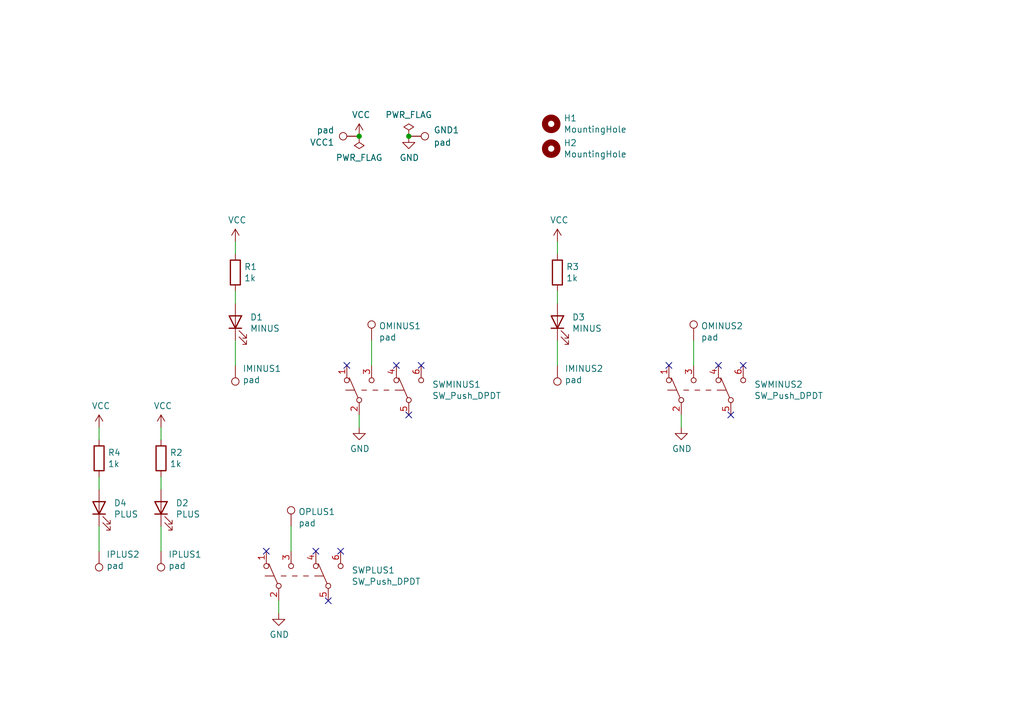
<source format=kicad_sch>
(kicad_sch (version 20211123) (generator eeschema)
  (paper "User" 210.007 148.006)
  (title_block (title "Manual panel control single turnout") (date "2021-11-09") (rev "1.0"))
  (lib_symbols
    (symbol "Connector:TestPoint" (pin_numbers hide) (pin_names (offset 0.762) hide)
      (property "Reference" "TP" (at 0 6.858 0))
      (property "Value" "TestPoint" (at 0 5.08 0))
      (symbol "TestPoint_0_1"
        (circle (center 0 3.302) (radius 0.762))
      )
      (symbol "TestPoint_1_1"
        (pin passive line (at 0 0 90) (length 2.54) (name "1") (number "1"))
      )
    )
    (symbol "Device:LED" (pin_numbers hide) (pin_names (offset 1.016) hide)
      (property "Reference" "D" (at 0 2.54 0))
      (property "Value" "LED" (at 0 -2.54 0))
      (symbol "LED_0_1"
        (polyline (pts (xy -1.27 -1.27) (xy -1.27 1.27)) (stroke (width 0.254)))
        (polyline (pts (xy -1.27 0) (xy 1.27 0)))
        (polyline (pts (xy 1.27 -1.27) (xy 1.27 1.27) (xy -1.27 0) (xy 1.27 -1.27)) (stroke (width 0.254)))
        (polyline (pts (xy -3.048 -0.762) (xy -4.572 -2.286) (xy -3.81 -2.286) (xy -4.572 -2.286) (xy -4.572 -1.524)))
        (polyline (pts (xy -1.778 -0.762) (xy -3.302 -2.286) (xy -2.54 -2.286) (xy -3.302 -2.286) (xy -3.302 -1.524)))
      )
      (symbol "LED_1_1"
        (pin passive line (at -3.81 0 0) (length 2.54) (name "K") (number "1"))
        (pin passive line (at 3.81 0 180) (length 2.54) (name "A") (number "2"))
      )
    )
    (symbol "Device:R" (pin_numbers hide) (pin_names (offset 0))
      (property "Reference" "R" (at 2.032 0 90))
      (property "Value" "R" (at 0 0 90))
      (symbol "R_0_1"
        (rectangle (start -1.016 -2.54) (end 1.016 2.54) (stroke (width 0.254)))
      )
      (symbol "R_1_1"
        (pin passive line (at 0 3.81 270) (length 1.27) (name "~") (number "1"))
        (pin passive line (at 0 -3.81 90) (length 1.27) (name "~") (number "2"))
      )
    )
    (symbol "Mechanical:MountingHole" (pin_names (offset 1.016))
      (property "Reference" "H" (at 0 5.08 0))
      (property "Value" "MountingHole" (at 0 3.175 0))
      (symbol "MountingHole_0_1"
        (circle (center 0 0) (radius 1.27) (stroke (width 1.27)))
      )
    )
    (symbol "Switch:SW_Push_DPDT" (pin_names (offset 0) hide)
      (property "Reference" "SW" (at 0 8.89 0))
      (property "Value" "SW_Push_DPDT" (at 0 -10.16 0))
      (symbol "SW_Push_DPDT_0_0"
        (circle (center -2.032 -5.08) (radius 0.508))
        (circle (center -2.032 5.08) (radius 0.508))
        (circle (center 2.032 -7.62) (radius 0.508))
        (circle (center 2.032 2.54) (radius 0.508))
      )
      (symbol "SW_Push_DPDT_0_1"
        (polyline (pts (xy -1.524 -4.826) (xy 2.54 -3.048)))
        (polyline (pts (xy -1.524 5.334) (xy 2.54 7.112)))
        (polyline (pts (xy 0 -2.286) (xy 0 -4.064)))
        (polyline (pts (xy 0 -1.016) (xy 0 0)))
        (polyline (pts (xy 0 1.27) (xy 0 2.286)))
        (polyline (pts (xy 0 3.556) (xy 0 4.572)))
        (polyline (pts (xy 0 7.874) (xy 0 6.096)))
        (circle (center 2.032 -2.54) (radius 0.508))
        (circle (center 2.032 7.62) (radius 0.508))
      )
      (symbol "SW_Push_DPDT_1_1"
        (pin passive line (at 5.08 7.62 180) (length 2.54) (name "A") (number "1"))
        (pin passive line (at -5.08 5.08 0) (length 2.54) (name "B") (number "2"))
        (pin passive line (at 5.08 2.54 180) (length 2.54) (name "C") (number "3"))
        (pin passive line (at 5.08 -2.54 180) (length 2.54) (name "A") (number "4"))
        (pin passive line (at -5.08 -5.08 0) (length 2.54) (name "B") (number "5"))
        (pin passive line (at 5.08 -7.62 180) (length 2.54) (name "C") (number "6"))
      )
    )
    (symbol "power:GND" (power) (pin_names (offset 0))
      (property "Value" "GND" (at 0 -3.81 0))
      (symbol "GND_0_1"
        (polyline (pts (xy 0 0) (xy 0 -1.27) (xy 1.27 -1.27) (xy 0 -2.54) (xy -1.27 -1.27) (xy 0 -1.27)))
      )
      (symbol "GND_1_1"
        (pin power_in line (at 0 0 270) (length 0) hide (name "GND") (number "1"))
      )
    )
    (symbol "power:PWR_FLAG" (power) (pin_numbers hide) (pin_names (offset 0) hide)
      (property "Value" "PWR_FLAG" (at 0 3.81 0))
      (symbol "PWR_FLAG_0_0"
        (pin power_out line (at 0 0 90) (length 0) (name "pwr") (number "1"))
      )
      (symbol "PWR_FLAG_0_1"
        (polyline (pts (xy 0 0) (xy 0 1.27) (xy -1.016 1.905) (xy 0 2.54) (xy 1.016 1.905) (xy 0 1.27)))
      )
    )
    (symbol "power:VCC" (power) (pin_names (offset 0))
      (property "Value" "VCC" (at 0 3.81 0))
      (symbol "VCC_0_1"
        (polyline (pts (xy -0.762 1.27) (xy 0 2.54)))
        (polyline (pts (xy 0 0) (xy 0 2.54)))
        (polyline (pts (xy 0 2.54) (xy 0.762 1.27)))
      )
      (symbol "VCC_1_1"
        (pin power_in line (at 0 0 90) (length 0) hide (name "VCC") (number "1"))
      )
    )
  )
  (junction (at 83.82 27.94))
  (junction (at 73.66 27.94))
  (no_connect (at 69.85 113.03))
  (no_connect (at 67.31 123.19))
  (no_connect (at 64.77 113.03))
  (no_connect (at 137.16 74.93))
  (no_connect (at 71.12 74.93))
  (no_connect (at 83.82 85.09))
  (no_connect (at 147.32 74.93))
  (no_connect (at 152.4 74.93))
  (no_connect (at 81.28 74.93))
  (no_connect (at 86.36 74.93))
  (no_connect (at 54.61 113.03))
  (no_connect (at 149.86 85.09))
  (wire (pts (xy 33.02 87.63) (xy 33.02 90.17)))
  (wire (pts (xy 48.26 62.23) (xy 48.26 59.69)))
  (wire (pts (xy 59.69 107.95) (xy 59.69 113.03)))
  (wire (pts (xy 76.2 69.85) (xy 76.2 74.93)))
  (wire (pts (xy 48.26 69.85) (xy 48.26 74.93)))
  (wire (pts (xy 20.32 87.63) (xy 20.32 90.17)))
  (wire (pts (xy 20.32 107.95) (xy 20.32 113.03)))
  (wire (pts (xy 139.7 85.09) (xy 139.7 87.63)))
  (wire (pts (xy 114.3 62.23) (xy 114.3 59.69)))
  (wire (pts (xy 57.15 123.19) (xy 57.15 125.73)))
  (wire (pts (xy 114.3 69.85) (xy 114.3 74.93)))
  (wire (pts (xy 33.02 107.95) (xy 33.02 113.03)))
  (wire (pts (xy 114.3 49.53) (xy 114.3 52.07)))
  (wire (pts (xy 73.66 85.09) (xy 73.66 87.63)))
  (wire (pts (xy 142.24 69.85) (xy 142.24 74.93)))
  (wire (pts (xy 48.26 49.53) (xy 48.26 52.07)))
  (wire (pts (xy 33.02 100.33) (xy 33.02 97.79)))
  (wire (pts (xy 20.32 100.33) (xy 20.32 97.79)))
  (symbol (lib_id "power:GND") (at 57.15 125.73 0) (unit 1)
    (property "Reference" "#PWR04" (effects hide))
    (property "Value" "GND" (at 57.277 130.1242 0))
  )
  (symbol (lib_id "Device:LED") (at 48.26 66.04 90) (unit 1)
    (property "Reference" "D1" (at 51.2572 65.0494 90) (effects (justify right)))
    (property "Value" "MINUS" (at 51.2572 67.3608 90) (effects (justify right)))
    (property "Footprint" "LED_THT:LED_D3.0mm" (effects hide))
  )
  (symbol (lib_id "Device:R") (at 48.26 55.88 0) (unit 1)
    (property "Reference" "R1" (at 50.038 54.7116 0) (effects (justify left)))
    (property "Value" "1k" (at 50.038 57.023 0) (effects (justify left)))
    (property "Footprint" "Resistor_SMD:R_0805_2012Metric_Pad1.20x1.40mm_HandSolder" (effects hide))
  )
  (symbol (lib_id "power:VCC") (at 48.26 49.53 0) (unit 1)
    (property "Reference" "#PWR02" (effects hide))
    (property "Value" "VCC" (at 48.641 45.1358 0))
  )
  (symbol (lib_id "Mechanical:MountingHole") (at 113.03 25.4 0) (unit 1)
    (property "Reference" "H1" (at 115.57 24.2316 0) (effects (justify left)))
    (property "Value" "MountingHole" (at 115.57 26.543 0) (effects (justify left)))
    (property "Footprint" "MountingHole:MountingHole_3.2mm_M3" (effects hide))
  )
  (symbol (lib_id "Connector:TestPoint") (at 48.26 74.93 180) (unit 1)
    (property "Reference" "IMINUS1" (at 49.7332 75.5904 0) (effects (justify right)))
    (property "Value" "pad" (at 49.7332 77.9018 0) (effects (justify right)))
    (property "Footprint" "Connector_Pin:Pin_D1.3mm_L11.0mm" (effects hide))
  )
  (symbol (lib_id "Mechanical:MountingHole") (at 113.03 30.48 0) (unit 1)
    (property "Reference" "H2" (at 115.57 29.3116 0) (effects (justify left)))
    (property "Value" "MountingHole" (at 115.57 31.623 0) (effects (justify left)))
    (property "Footprint" "MountingHole:MountingHole_3.2mm_M3" (effects hide))
  )
  (symbol (lib_id "Connector:TestPoint") (at 59.69 107.95 0) (unit 1)
    (property "Reference" "OPLUS1" (at 61.1632 104.9528 0) (effects (justify left)))
    (property "Value" "pad" (at 61.1632 107.2642 0) (effects (justify left)))
    (property "Footprint" "Connector_Pin:Pin_D1.3mm_L11.0mm" (effects hide))
  )
  (symbol (lib_id "Switch:SW_Push_DPDT") (at 62.23 118.11 90) (unit 1)
    (property "Reference" "SWPLUS1" (at 72.0852 116.9416 90) (effects (justify right)))
    (property "Value" "SW_Push_DPDT" (at 72.0852 119.253 90) (effects (justify right)))
    (property "Footprint" "Switch_KMZ:KLS7" (effects hide))
  )
  (symbol (lib_id "Connector:TestPoint") (at 83.82 27.94 270) (unit 1)
    (property "Reference" "GND1" (at 88.9 26.67 90) (effects (justify left)))
    (property "Value" "pad" (at 88.9 29.21 90) (effects (justify left)))
    (property "Footprint" "Connector_Pin:Pin_D1.3mm_L11.0mm" (effects hide))
  )
  (symbol (lib_id "Connector:TestPoint") (at 73.66 27.94 90) (unit 1)
    (property "Reference" "VCC1" (at 68.58 29.21 90) (effects (justify left)))
    (property "Value" "pad" (at 68.58 26.67 90) (effects (justify left)))
    (property "Footprint" "Connector_Pin:Pin_D1.3mm_L11.0mm" (effects hide))
  )
  (symbol (lib_id "Device:LED") (at 33.02 104.14 90) (unit 1)
    (property "Reference" "D2" (at 36.0172 103.1494 90) (effects (justify right)))
    (property "Value" "PLUS" (at 36.0172 105.4608 90) (effects (justify right)))
    (property "Footprint" "LED_THT:LED_D3.0mm" (effects hide))
  )
  (symbol (lib_id "Device:R") (at 33.02 93.98 0) (unit 1)
    (property "Reference" "R2" (at 34.798 92.8116 0) (effects (justify left)))
    (property "Value" "1k" (at 34.798 95.123 0) (effects (justify left)))
    (property "Footprint" "Resistor_SMD:R_0805_2012Metric_Pad1.20x1.40mm_HandSolder" (effects hide))
  )
  (symbol (lib_id "power:VCC") (at 33.02 87.63 0) (unit 1)
    (property "Reference" "#PWR0101" (effects hide))
    (property "Value" "VCC" (at 33.401 83.2358 0))
  )
  (symbol (lib_id "Connector:TestPoint") (at 33.02 113.03 180) (unit 1)
    (property "Reference" "IPLUS1" (at 34.4932 113.6904 0) (effects (justify right)))
    (property "Value" "pad" (at 34.4932 116.0018 0) (effects (justify right)))
    (property "Footprint" "Connector_Pin:Pin_D1.3mm_L11.0mm" (effects hide))
  )
  (symbol (lib_id "power:GND") (at 73.66 87.63 0) (unit 1)
    (property "Reference" "#PWR0102" (effects hide))
    (property "Value" "GND" (at 73.787 92.0242 0))
  )
  (symbol (lib_id "Connector:TestPoint") (at 76.2 69.85 0) (unit 1)
    (property "Reference" "OMINUS1" (at 77.6732 66.8528 0) (effects (justify left)))
    (property "Value" "pad" (at 77.6732 69.1642 0) (effects (justify left)))
    (property "Footprint" "Connector_Pin:Pin_D1.3mm_L11.0mm" (effects hide))
  )
  (symbol (lib_id "Switch:SW_Push_DPDT") (at 78.74 80.01 90) (unit 1)
    (property "Reference" "SWMINUS1" (at 88.5952 78.8416 90) (effects (justify right)))
    (property "Value" "SW_Push_DPDT" (at 88.5952 81.153 90) (effects (justify right)))
    (property "Footprint" "Switch_KMZ:KLS7" (effects hide))
  )
  (symbol (lib_id "power:GND") (at 83.82 27.94 0) (unit 1)
    (property "Reference" "#PWR0103" (effects hide))
    (property "Value" "GND" (at 83.947 32.3342 0))
  )
  (symbol (lib_id "power:PWR_FLAG") (at 83.82 27.94 0) (unit 1)
    (property "Reference" "#FLG0101" (effects hide))
    (property "Value" "PWR_FLAG" (at 83.82 23.5458 0))
  )
  (symbol (lib_id "power:VCC") (at 73.66 27.94 0) (unit 1)
    (property "Reference" "#PWR0104" (effects hide))
    (property "Value" "VCC" (at 74.041 23.5458 0))
  )
  (symbol (lib_id "power:PWR_FLAG") (at 73.66 27.94 180) (unit 1)
    (property "Reference" "#FLG0102" (effects hide))
    (property "Value" "PWR_FLAG" (at 73.66 32.3342 0))
  )
  (symbol (lib_id "Connector:TestPoint") (at 114.3 74.93 180) (unit 1)
    (property "Reference" "IMINUS2" (at 115.7732 75.5904 0) (effects (justify right)))
    (property "Value" "pad" (at 115.7732 77.9018 0) (effects (justify right)))
    (property "Footprint" "Connector_Pin:Pin_D1.3mm_L11.0mm" (effects hide))
  )
  (symbol (lib_id "Device:LED") (at 114.3 66.04 90) (unit 1)
    (property "Reference" "D3" (at 117.2972 65.0494 90) (effects (justify right)))
    (property "Value" "MINUS" (at 117.2972 67.3608 90) (effects (justify right)))
    (property "Footprint" "LED_THT:LED_D3.0mm" (effects hide))
  )
  (symbol (lib_id "power:GND") (at 139.7 87.63 0) (unit 1)
    (property "Reference" "#PWR03" (effects hide))
    (property "Value" "GND" (at 139.827 92.0242 0))
  )
  (symbol (lib_id "Switch:SW_Push_DPDT") (at 144.78 80.01 90) (unit 1)
    (property "Reference" "SWMINUS2" (at 154.6352 78.8416 90) (effects (justify right)))
    (property "Value" "SW_Push_DPDT" (at 154.6352 81.153 90) (effects (justify right)))
    (property "Footprint" "Switch_KMZ:KLS7" (effects hide))
  )
  (symbol (lib_id "power:VCC") (at 20.32 87.63 0) (unit 1)
    (property "Reference" "#PWR05" (effects hide))
    (property "Value" "VCC" (at 20.701 83.2358 0))
  )
  (symbol (lib_id "Device:R") (at 20.32 93.98 0) (unit 1)
    (property "Reference" "R4" (at 22.098 92.8116 0) (effects (justify left)))
    (property "Value" "1k" (at 22.098 95.123 0) (effects (justify left)))
    (property "Footprint" "Resistor_SMD:R_0805_2012Metric_Pad1.20x1.40mm_HandSolder" (effects hide))
  )
  (symbol (lib_id "Connector:TestPoint") (at 20.32 113.03 180) (unit 1)
    (property "Reference" "IPLUS2" (at 21.7932 113.6904 0) (effects (justify right)))
    (property "Value" "pad" (at 21.7932 116.0018 0) (effects (justify right)))
    (property "Footprint" "Connector_Pin:Pin_D1.3mm_L11.0mm" (effects hide))
  )
  (symbol (lib_id "Connector:TestPoint") (at 142.24 69.85 0) (unit 1)
    (property "Reference" "OMINUS2" (at 143.7132 66.8528 0) (effects (justify left)))
    (property "Value" "pad" (at 143.7132 69.1642 0) (effects (justify left)))
    (property "Footprint" "Connector_Pin:Pin_D1.3mm_L11.0mm" (effects hide))
  )
  (symbol (lib_id "power:VCC") (at 114.3 49.53 0) (unit 1)
    (property "Reference" "#PWR01" (effects hide))
    (property "Value" "VCC" (at 114.681 45.1358 0))
  )
  (symbol (lib_id "Device:R") (at 114.3 55.88 0) (unit 1)
    (property "Reference" "R3" (at 116.078 54.7116 0) (effects (justify left)))
    (property "Value" "1k" (at 116.078 57.023 0) (effects (justify left)))
    (property "Footprint" "Resistor_SMD:R_0805_2012Metric_Pad1.20x1.40mm_HandSolder" (effects hide))
  )
  (symbol (lib_id "Device:LED") (at 20.32 104.14 90) (unit 1)
    (property "Reference" "D4" (at 23.3172 103.1494 90) (effects (justify right)))
    (property "Value" "PLUS" (at 23.3172 105.4608 90) (effects (justify right)))
    (property "Footprint" "LED_THT:LED_D3.0mm" (effects hide))
  )
)
</source>
